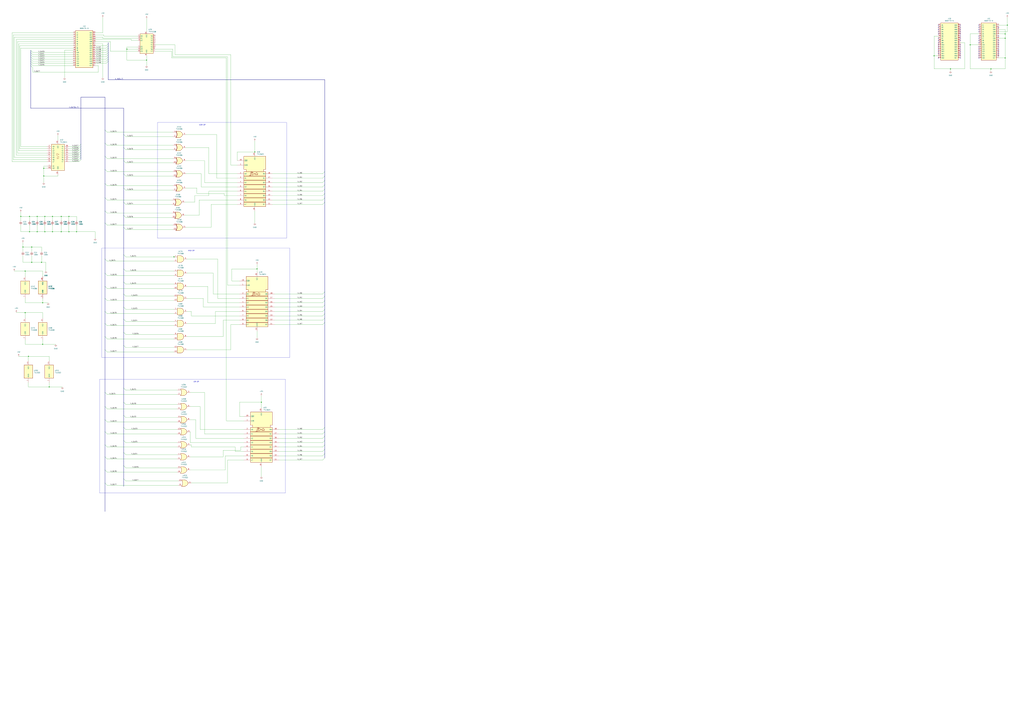
<source format=kicad_sch>
(kicad_sch (version 20231120) (generator "eeschema") (generator_version "8.0")
  (paper "A0")
  (junction (at 60.96 269.24))
  (junction (at 295.91 176.53))
  (junction (at 43.18 269.24))
  (junction (at 1084.58 64.77))
  (junction (at 49.53 351.79))
  (junction (at 34.29 251.46))
  (junction (at 1126.49 52.07))
  (junction (at 1167.13 39.37))
  (junction (at 48.26 304.8))
  (junction (at 88.9 269.24))
  (junction (at 60.96 251.46))
  (junction (at 50.8 195.58))
  (junction (at 57.15 449.58))
  (junction (at 80.01 269.24))
  (junction (at 303.53 467.36))
  (junction (at 1150.62 80.01))
  (junction (at 1103.63 80.01))
  (junction (at 1167.13 44.45))
  (junction (at 49.53 400.05))
  (junction (at 29.21 314.96))
  (junction (at 36.83 304.8))
  (junction (at 147.32 57.15))
  (junction (at 170.18 69.85))
  (junction (at 33.02 414.02))
  (junction (at 26.67 287.02))
  (junction (at 298.45 312.42))
  (junction (at 1167.13 67.31))
  (junction (at 71.12 269.24))
  (junction (at 52.07 269.24))
  (junction (at 1169.67 29.21))
  (junction (at 50.8 204.47))
  (junction (at 71.12 251.46))
  (junction (at 80.01 251.46))
  (junction (at 24.13 251.46))
  (junction (at 29.21 363.22))
  (junction (at 52.07 251.46))
  (junction (at 43.18 251.46))
  (junction (at 34.29 269.24))
  (junction (at 36.83 287.02))
  (junction (at 201.93 298.45))
  (no_connect (at 1115.06 52.07))
  (no_connect (at 1159.51 41.91))
  (no_connect (at 1136.65 59.69))
  (no_connect (at 1159.51 57.15))
  (no_connect (at 1136.65 41.91))
  (no_connect (at 1159.51 62.23))
  (no_connect (at 1089.66 62.23))
  (no_connect (at 1115.06 29.21))
  (no_connect (at 1115.06 59.69))
  (no_connect (at 1136.65 34.29))
  (no_connect (at 1136.65 54.61))
  (no_connect (at 1159.51 52.07))
  (no_connect (at 1089.66 57.15))
  (no_connect (at 1115.06 36.83))
  (no_connect (at 1136.65 36.83))
  (no_connect (at 1159.51 31.75))
  (no_connect (at 1136.65 31.75))
  (no_connect (at 1089.66 36.83))
  (no_connect (at 1136.65 67.31))
  (no_connect (at 1115.06 67.31))
  (no_connect (at 1089.66 54.61))
  (no_connect (at 1089.66 31.75))
  (no_connect (at 1115.06 57.15))
  (no_connect (at 1115.06 39.37))
  (no_connect (at 1159.51 59.69))
  (no_connect (at 1089.66 44.45))
  (no_connect (at 1115.06 44.45))
  (no_connect (at 1115.06 64.77))
  (no_connect (at 1089.66 39.37))
  (no_connect (at 1089.66 49.53))
  (no_connect (at 1136.65 64.77))
  (no_connect (at 1115.06 54.61))
  (no_connect (at 1136.65 29.21))
  (no_connect (at 1115.06 46.99))
  (no_connect (at 1136.65 44.45))
  (no_connect (at 1136.65 49.53))
  (no_connect (at 1089.66 46.99))
  (no_connect (at 1136.65 62.23))
  (no_connect (at 1089.66 29.21))
  (no_connect (at 1089.66 52.07))
  (no_connect (at 1115.06 62.23))
  (no_connect (at 1089.66 34.29))
  (no_connect (at 1159.51 49.53))
  (no_connect (at 1159.51 46.99))
  (no_connect (at 1136.65 57.15))
  (no_connect (at 1089.66 67.31))
  (no_connect (at 1136.65 46.99))
  (no_connect (at 1115.06 41.91))
  (no_connect (at 1115.06 31.75))
  (no_connect (at 1089.66 59.69))
  (no_connect (at 1159.51 54.61))
  (no_connect (at 1159.51 64.77))
  (no_connect (at 1115.06 34.29))
  (bus_entry (at 121.92 530.86) (size 2.54 2.54))
  (bus_entry (at 143.51 541.02) (size 2.54 2.54))
  (bus_entry (at 123.19 63.5) (size 2.54 -2.54))
  (bus_entry (at 374.65 361.95) (size 2.54 -2.54))
  (bus_entry (at 121.92 455.93) (size 2.54 2.54))
  (bus_entry (at 143.51 234.95) (size 2.54 2.54))
  (bus_entry (at 374.65 346.71) (size 2.54 -2.54))
  (bus_entry (at 374.65 232.41) (size 2.54 -2.54))
  (bus_entry (at 35.56 63.5) (size 2.54 2.54))
  (bus_entry (at 143.51 496.57) (size 2.54 2.54))
  (bus_entry (at 121.92 181.61) (size 2.54 2.54))
  (bus_entry (at 374.65 377.19) (size 2.54 -2.54))
  (bus_entry (at 143.51 156.21) (size 2.54 2.54))
  (bus_entry (at 143.51 556.26) (size 2.54 2.54))
  (bus_entry (at 121.92 166.37) (size 2.54 2.54))
  (bus_entry (at 374.65 212.09) (size 2.54 -2.54))
  (bus_entry (at 121.92 546.1) (size 2.54 2.54))
  (bus_entry (at 143.51 312.42) (size 2.54 2.54))
  (bus_entry (at 121.92 245.11) (size 2.54 2.54))
  (bus_entry (at 91.44 182.88) (size 2.54 -2.54))
  (bus_entry (at 374.65 207.01) (size 2.54 -2.54))
  (bus_entry (at 143.51 356.87) (size 2.54 2.54))
  (bus_entry (at 143.51 218.44) (size 2.54 2.54))
  (bus_entry (at 35.56 66.04) (size 2.54 2.54))
  (bus_entry (at 91.44 185.42) (size 2.54 -2.54))
  (bus_entry (at 143.51 450.85) (size 2.54 2.54))
  (bus_entry (at 121.92 375.92) (size 2.54 2.54))
  (bus_entry (at 123.19 68.58) (size 2.54 -2.54))
  (bus_entry (at 35.56 76.2) (size 2.54 2.54))
  (bus_entry (at 374.65 237.49) (size 2.54 -2.54))
  (bus_entry (at 143.51 386.08) (size 2.54 2.54))
  (bus_entry (at 91.44 170.18) (size 2.54 -2.54))
  (bus_entry (at 35.56 68.58) (size 2.54 2.54))
  (bus_entry (at 374.65 201.93) (size 2.54 -2.54))
  (bus_entry (at 35.56 58.42) (size 2.54 2.54))
  (bus_entry (at 374.65 519.43) (size 2.54 -2.54))
  (bus_entry (at 143.51 341.63) (size 2.54 2.54))
  (bus_entry (at 374.65 499.11) (size 2.54 -2.54))
  (bus_entry (at 91.44 187.96) (size 2.54 -2.54))
  (bus_entry (at 143.51 264.16) (size 2.54 2.54))
  (bus_entry (at 374.65 504.19) (size 2.54 -2.54))
  (bus_entry (at 121.92 516.89) (size 2.54 2.54))
  (bus_entry (at 374.65 222.25) (size 2.54 -2.54))
  (bus_entry (at 143.51 511.81) (size 2.54 2.54))
  (bus_entry (at 374.65 509.27) (size 2.54 -2.54))
  (bus_entry (at 121.92 346.71) (size 2.54 2.54))
  (bus_entry (at 143.51 525.78) (size 2.54 2.54))
  (bus_entry (at 374.65 227.33) (size 2.54 -2.54))
  (bus_entry (at 91.44 172.72) (size 2.54 -2.54))
  (bus_entry (at 374.65 514.35) (size 2.54 -2.54))
  (bus_entry (at 121.92 229.87) (size 2.54 2.54))
  (bus_entry (at 143.51 295.91) (size 2.54 2.54))
  (bus_entry (at 35.56 71.12) (size 2.54 2.54))
  (bus_entry (at 123.19 60.96) (size 2.54 -2.54))
  (bus_entry (at 143.51 186.69) (size 2.54 2.54))
  (bus_entry (at 374.65 529.59) (size 2.54 -2.54))
  (bus_entry (at 374.65 351.79) (size 2.54 -2.54))
  (bus_entry (at 374.65 524.51) (size 2.54 -2.54))
  (bus_entry (at 143.51 250.19) (size 2.54 2.54))
  (bus_entry (at 121.92 259.08) (size 2.54 2.54))
  (bus_entry (at 143.51 201.93) (size 2.54 2.54))
  (bus_entry (at 123.19 53.34) (size 2.54 -2.54))
  (bus_entry (at 91.44 177.8) (size 2.54 -2.54))
  (bus_entry (at 35.56 73.66) (size 2.54 2.54))
  (bus_entry (at 123.19 71.12) (size 2.54 -2.54))
  (bus_entry (at 121.92 213.36) (size 2.54 2.54))
  (bus_entry (at 121.92 317.5) (size 2.54 2.54))
  (bus_entry (at 91.44 180.34) (size 2.54 -2.54))
  (bus_entry (at 143.51 482.6) (size 2.54 2.54))
  (bus_entry (at 121.92 406.4) (size 2.54 2.54))
  (bus_entry (at 143.51 171.45) (size 2.54 2.54))
  (bus_entry (at 374.65 341.63) (size 2.54 -2.54))
  (bus_entry (at 121.92 561.34) (size 2.54 2.54))
  (bus_entry (at 121.92 391.16) (size 2.54 2.54))
  (bus_entry (at 121.92 300.99) (size 2.54 2.54))
  (bus_entry (at 35.56 60.96) (size 2.54 2.54))
  (bus_entry (at 121.92 151.13) (size 2.54 2.54))
  (bus_entry (at 91.44 175.26) (size 2.54 -2.54))
  (bus_entry (at 123.19 73.66) (size 2.54 -2.54))
  (bus_entry (at 121.92 472.44) (size 2.54 2.54))
  (bus_entry (at 374.65 534.67) (size 2.54 -2.54))
  (bus_entry (at 374.65 372.11) (size 2.54 -2.54))
  (bus_entry (at 123.19 66.04) (size 2.54 -2.54))
  (bus_entry (at 374.65 356.87) (size 2.54 -2.54))
  (bus_entry (at 121.92 332.74) (size 2.54 2.54))
  (bus_entry (at 121.92 501.65) (size 2.54 2.54))
  (bus_entry (at 121.92 361.95) (size 2.54 2.54))
  (bus_entry (at 121.92 487.68) (size 2.54 2.54))
  (bus_entry (at 143.51 467.36) (size 2.54 2.54))
  (bus_entry (at 121.92 196.85) (size 2.54 2.54))
  (bus_entry (at 143.51 401.32) (size 2.54 2.54))
  (bus_entry (at 123.19 55.88) (size 2.54 -2.54))
  (bus_entry (at 123.19 58.42) (size 2.54 -2.54))
  (bus_entry (at 374.65 217.17) (size 2.54 -2.54))
  (bus_entry (at 374.65 367.03) (size 2.54 -2.54))
  (bus_entry (at 143.51 327.66) (size 2.54 2.54))
  (bus_entry (at 143.51 370.84) (size 2.54 2.54))
  (wire (pts (xy 124.46 519.43) (xy 205.74 519.43)))
  (wire (pts (xy 80.01 170.18) (xy 91.44 170.18)))
  (bus (pts (xy 377.19 527.05) (xy 377.19 521.97)))
  (wire (pts (xy 16.51 314.96) (xy 29.21 314.96)))
  (bus (pts (xy 125.73 53.34) (xy 125.73 55.88)))
  (wire (pts (xy 146.05 220.98) (xy 200.66 220.98)))
  (wire (pts (xy 260.35 224.79) (xy 260.35 227.33)))
  (wire (pts (xy 283.21 488.95) (xy 262.89 488.95)))
  (bus (pts (xy 121.92 213.36) (xy 121.92 229.87)))
  (wire (pts (xy 241.3 332.74) (xy 241.3 351.79)))
  (wire (pts (xy 1120.14 49.53) (xy 1120.14 80.01)))
  (bus (pts (xy 121.92 391.16) (xy 121.92 406.4)))
  (bus (pts (xy 121.92 375.92) (xy 121.92 391.16)))
  (wire (pts (xy 1167.13 67.31) (xy 1167.13 80.01)))
  (wire (pts (xy 1136.65 39.37) (xy 1126.49 39.37)))
  (wire (pts (xy 110.49 71.12) (xy 123.19 71.12)))
  (bus (pts (xy 125.73 58.42) (xy 125.73 60.96)))
  (wire (pts (xy 50.8 204.47) (xy 50.8 212.09)))
  (wire (pts (xy 217.17 300.99) (xy 252.73 300.99)))
  (wire (pts (xy 316.23 217.17) (xy 374.65 217.17)))
  (wire (pts (xy 1159.51 67.31) (xy 1167.13 67.31)))
  (wire (pts (xy 29.21 400.05) (xy 49.53 400.05)))
  (wire (pts (xy 222.25 367.03) (xy 222.25 361.95)))
  (wire (pts (xy 146.05 298.45) (xy 201.93 298.45)))
  (wire (pts (xy 267.97 63.5) (xy 267.97 191.77)))
  (wire (pts (xy 222.25 516.89) (xy 220.98 516.89)))
  (wire (pts (xy 60.96 251.46) (xy 71.12 251.46)))
  (bus (pts (xy 377.19 234.95) (xy 377.19 229.87)))
  (wire (pts (xy 242.57 201.93) (xy 242.57 171.45)))
  (wire (pts (xy 124.46 548.64) (xy 205.74 548.64)))
  (bus (pts (xy 143.51 356.87) (xy 143.51 370.84)))
  (wire (pts (xy 275.59 222.25) (xy 242.57 222.25)))
  (wire (pts (xy 147.32 57.15) (xy 160.02 57.15)))
  (wire (pts (xy 124.46 378.46) (xy 201.93 378.46)))
  (wire (pts (xy 236.22 346.71) (xy 217.17 346.71)))
  (bus (pts (xy 121.92 229.87) (xy 121.92 245.11)))
  (wire (pts (xy 1103.63 80.01) (xy 1103.63 82.55)))
  (wire (pts (xy 71.12 261.62) (xy 71.12 269.24)))
  (wire (pts (xy 124.46 563.88) (xy 207.01 563.88)))
  (wire (pts (xy 38.1 73.66) (xy 85.09 73.66)))
  (wire (pts (xy 67.31 203.2) (xy 67.31 204.47)))
  (wire (pts (xy 275.59 176.53) (xy 295.91 176.53)))
  (wire (pts (xy 215.9 201.93) (xy 233.68 201.93)))
  (bus (pts (xy 377.19 501.65) (xy 377.19 496.57)))
  (wire (pts (xy 316.23 232.41) (xy 374.65 232.41)))
  (bus (pts (xy 377.19 224.79) (xy 377.19 219.71)))
  (wire (pts (xy 29.21 314.96) (xy 29.21 321.31)))
  (wire (pts (xy 80.01 185.42) (xy 91.44 185.42)))
  (wire (pts (xy 57.15 414.02) (xy 33.02 414.02)))
  (wire (pts (xy 147.32 57.15) (xy 147.32 69.85)))
  (wire (pts (xy 29.21 314.96) (xy 49.53 314.96)))
  (bus (pts (xy 121.92 166.37) (xy 121.92 181.61)))
  (wire (pts (xy 262.89 488.95) (xy 262.89 67.31)))
  (wire (pts (xy 21.59 414.02) (xy 33.02 414.02)))
  (wire (pts (xy 33.02 444.5) (xy 33.02 449.58)))
  (bus (pts (xy 377.19 364.49) (xy 377.19 359.41)))
  (wire (pts (xy 54.61 180.34) (xy 19.05 180.34)))
  (bus (pts (xy 35.56 71.12) (xy 35.56 73.66)))
  (bus (pts (xy 121.92 332.74) (xy 121.92 346.71)))
  (wire (pts (xy 21.59 50.8) (xy 21.59 175.26)))
  (bus (pts (xy 125.73 55.88) (xy 125.73 58.42)))
  (bus (pts (xy 125.73 50.8) (xy 125.73 53.34)))
  (wire (pts (xy 264.16 331.47) (xy 264.16 66.04)))
  (bus (pts (xy 121.92 300.99) (xy 121.92 317.5)))
  (wire (pts (xy 124.46 168.91) (xy 200.66 168.91)))
  (wire (pts (xy 1089.66 64.77) (xy 1084.58 64.77)))
  (wire (pts (xy 57.15 419.1) (xy 57.15 414.02)))
  (wire (pts (xy 247.65 317.5) (xy 217.17 317.5)))
  (wire (pts (xy 71.12 269.24) (xy 80.01 269.24)))
  (wire (pts (xy 199.39 67.31) (xy 199.39 59.69)))
  (wire (pts (xy 52.07 251.46) (xy 60.96 251.46)))
  (wire (pts (xy 1167.13 44.45) (xy 1167.13 67.31)))
  (wire (pts (xy 1089.66 41.91) (xy 1084.58 41.91)))
  (wire (pts (xy 261.62 546.1) (xy 220.98 546.1)))
  (bus (pts (xy 93.98 180.34) (xy 93.98 182.88)))
  (wire (pts (xy 22.86 172.72) (xy 54.61 172.72)))
  (bus (pts (xy 121.92 361.95) (xy 121.92 375.92)))
  (bus (pts (xy 93.98 175.26) (xy 93.98 177.8)))
  (wire (pts (xy 36.83 287.02) (xy 26.67 287.02)))
  (wire (pts (xy 233.68 217.17) (xy 233.68 201.93)))
  (wire (pts (xy 217.17 391.16) (xy 259.08 391.16)))
  (wire (pts (xy 1167.13 34.29) (xy 1167.13 39.37)))
  (wire (pts (xy 85.09 45.72) (xy 19.05 45.72)))
  (wire (pts (xy 250.19 375.92) (xy 217.17 375.92)))
  (wire (pts (xy 124.46 184.15) (xy 200.66 184.15)))
  (bus (pts (xy 143.51 467.36) (xy 143.51 482.6)))
  (wire (pts (xy 38.1 71.12) (xy 85.09 71.12)))
  (wire (pts (xy 146.05 344.17) (xy 201.93 344.17)))
  (wire (pts (xy 201.93 373.38) (xy 146.05 373.38)))
  (wire (pts (xy 264.16 66.04) (xy 200.66 66.04)))
  (wire (pts (xy 278.13 346.71) (xy 252.73 346.71)))
  (wire (pts (xy 170.18 21.59) (xy 170.18 36.83)))
  (wire (pts (xy 146.05 204.47) (xy 200.66 204.47)))
  (bus (pts (xy 93.98 170.18) (xy 93.98 172.72)))
  (wire (pts (xy 71.12 251.46) (xy 80.01 251.46)))
  (wire (pts (xy 88.9 251.46) (xy 88.9 256.54)))
  (wire (pts (xy 316.23 222.25) (xy 374.65 222.25)))
  (wire (pts (xy 201.93 320.04) (xy 124.46 320.04)))
  (wire (pts (xy 34.29 261.62) (xy 34.29 269.24)))
  (wire (pts (xy 88.9 261.62) (xy 88.9 269.24)))
  (wire (pts (xy 278.13 331.47) (xy 264.16 331.47)))
  (wire (pts (xy 275.59 191.77) (xy 267.97 191.77)))
  (wire (pts (xy 128.27 59.69) (xy 160.02 59.69)))
  (wire (pts (xy 237.49 212.09) (xy 237.49 186.69)))
  (bus (pts (xy 377.19 374.65) (xy 377.19 369.57)))
  (wire (pts (xy 124.46 490.22) (xy 205.74 490.22)))
  (wire (pts (xy 180.34 52.07) (xy 203.2 52.07)))
  (wire (pts (xy 110.49 76.2) (xy 114.3 76.2)))
  (wire (pts (xy 231.14 250.19) (xy 214.63 250.19)))
  (wire (pts (xy 33.02 414.02) (xy 33.02 419.1)))
  (wire (pts (xy 110.49 58.42) (xy 123.19 58.42)))
  (wire (pts (xy 146.05 330.2) (xy 201.93 330.2)))
  (wire (pts (xy 36.83 304.8) (xy 48.26 304.8)))
  (wire (pts (xy 80.01 269.24) (xy 88.9 269.24)))
  (wire (pts (xy 316.23 201.93) (xy 374.65 201.93)))
  (wire (pts (xy 124.46 215.9) (xy 200.66 215.9)))
  (wire (pts (xy 120.65 40.64) (xy 110.49 40.64)))
  (wire (pts (xy 251.46 156.21) (xy 215.9 156.21)))
  (bus (pts (xy 35.56 63.5) (xy 35.56 66.04)))
  (wire (pts (xy 220.98 501.65) (xy 220.98 514.35)))
  (bus (pts (xy 377.19 344.17) (xy 377.19 339.09)))
  (wire (pts (xy 146.05 158.75) (xy 200.66 158.75)))
  (bus (pts (xy 143.51 370.84) (xy 143.51 386.08)))
  (wire (pts (xy 283.21 529.59) (xy 261.62 529.59)))
  (wire (pts (xy 110.49 63.5) (xy 123.19 63.5)))
  (wire (pts (xy 43.18 261.62) (xy 43.18 269.24)))
  (wire (pts (xy 241.3 351.79) (xy 278.13 351.79)))
  (wire (pts (xy 273.05 524.51) (xy 283.21 524.51)))
  (bus (pts (xy 35.56 58.42) (xy 35.56 60.96)))
  (wire (pts (xy 146.05 189.23) (xy 200.66 189.23)))
  (wire (pts (xy 232.41 472.44) (xy 220.98 472.44)))
  (wire (pts (xy 119.38 38.1) (xy 119.38 20.32)))
  (wire (pts (xy 247.65 341.63) (xy 247.65 317.5)))
  (wire (pts (xy 1126.49 52.07) (xy 1126.49 80.01)))
  (wire (pts (xy 160.02 44.45) (xy 119.38 44.45)))
  (wire (pts (xy 318.77 367.03) (xy 374.65 367.03)))
  (wire (pts (xy 283.21 519.43) (xy 279.4 519.43)))
  (bus (pts (xy 125.73 60.96) (xy 125.73 63.5)))
  (wire (pts (xy 1126.49 80.01) (xy 1150.62 80.01)))
  (wire (pts (xy 71.12 251.46) (xy 71.12 256.54)))
  (wire (pts (xy 24.13 246.38) (xy 24.13 251.46)))
  (wire (pts (xy 259.08 523.24) (xy 259.08 530.86)))
  (wire (pts (xy 43.18 251.46) (xy 43.18 256.54)))
  (wire (pts (xy 199.39 59.69) (xy 180.34 59.69)))
  (wire (pts (xy 275.59 212.09) (xy 237.49 212.09)))
  (bus (pts (xy 377.19 229.87) (xy 377.19 224.79)))
  (wire (pts (xy 21.59 175.26) (xy 54.61 175.26)))
  (wire (pts (xy 146.05 514.35) (xy 205.74 514.35)))
  (wire (pts (xy 19.05 45.72) (xy 19.05 180.34)))
  (wire (pts (xy 120.65 41.91) (xy 120.65 40.64)))
  (wire (pts (xy 298.45 307.34) (xy 298.45 312.42)))
  (wire (pts (xy 26.67 297.18) (xy 26.67 304.8)))
  (wire (pts (xy 1159.51 36.83) (xy 1169.67 36.83)))
  (wire (pts (xy 43.18 251.46) (xy 52.07 251.46)))
  (wire (pts (xy 323.85 519.43) (xy 374.65 519.43)))
  (wire (pts (xy 38.1 68.58) (xy 85.09 68.58)))
  (wire (pts (xy 231.14 232.41) (xy 231.14 250.19)))
  (wire (pts (xy 146.05 499.11) (xy 205.74 499.11)))
  (bus (pts (xy 121.92 455.93) (xy 121.92 472.44)))
  (wire (pts (xy 24.13 269.24) (xy 34.29 269.24)))
  (bus (pts (xy 143.51 482.6) (xy 143.51 496.57)))
  (bus (pts (xy 121.92 530.86) (xy 121.92 546.1)))
  (bus (pts (xy 143.51 234.95) (xy 143.51 250.19)))
  (wire (pts (xy 323.85 499.11) (xy 374.65 499.11)))
  (wire (pts (xy 303.53 459.74) (xy 303.53 467.36)))
  (wire (pts (xy 34.29 269.24) (xy 43.18 269.24)))
  (bus (pts (xy 377.19 516.89) (xy 377.19 511.81)))
  (bus (pts (xy 143.51 450.85) (xy 143.51 467.36)))
  (bus (pts (xy 121.92 181.61) (xy 121.92 196.85)))
  (bus (pts (xy 121.92 546.1) (xy 121.92 561.34)))
  (wire (pts (xy 85.09 48.26) (xy 20.32 48.26)))
  (wire (pts (xy 124.46 232.41) (xy 199.39 232.41)))
  (wire (pts (xy 146.05 237.49) (xy 199.39 237.49)))
  (wire (pts (xy 318.77 346.71) (xy 374.65 346.71)))
  (wire (pts (xy 1126.49 39.37) (xy 1126.49 52.07)))
  (wire (pts (xy 203.2 63.5) (xy 267.97 63.5)))
  (wire (pts (xy 279.4 519.43) (xy 279.4 523.24)))
  (bus (pts (xy 377.19 359.41) (xy 377.19 354.33)))
  (wire (pts (xy 323.85 504.19) (xy 374.65 504.19)))
  (wire (pts (xy 124.46 261.62) (xy 200.66 261.62)))
  (wire (pts (xy 152.4 45.72) (xy 152.4 46.99)))
  (wire (pts (xy 318.77 361.95) (xy 374.65 361.95)))
  (wire (pts (xy 67.31 157.48) (xy 67.31 162.56)))
  (wire (pts (xy 110.49 55.88) (xy 123.19 55.88)))
  (wire (pts (xy 49.53 351.79) (xy 55.88 351.79)))
  (bus (pts (xy 377.19 511.81) (xy 377.19 506.73)))
  (wire (pts (xy 20.32 48.26) (xy 20.32 177.8)))
  (wire (pts (xy 110.49 66.04) (xy 123.19 66.04)))
  (bus (pts (xy 121.92 501.65) (xy 121.92 516.89)))
  (bus (pts (xy 93.98 172.72) (xy 93.98 175.26)))
  (wire (pts (xy 269.24 312.42) (xy 298.45 312.42)))
  (wire (pts (xy 278.13 467.36) (xy 303.53 467.36)))
  (bus (pts (xy 93.98 113.03) (xy 93.98 167.64)))
  (wire (pts (xy 146.05 469.9) (xy 205.74 469.9)))
  (bus (pts (xy 93.98 177.8) (xy 93.98 180.34)))
  (wire (pts (xy 275.59 217.17) (xy 233.68 217.17)))
  (wire (pts (xy 318.77 377.19) (xy 374.65 377.19)))
  (wire (pts (xy 146.05 252.73) (xy 199.39 252.73)))
  (wire (pts (xy 278.13 341.63) (xy 247.65 341.63)))
  (wire (pts (xy 146.05 528.32) (xy 205.74 528.32)))
  (bus (pts (xy 125.73 68.58) (xy 125.73 71.12)))
  (wire (pts (xy 54.61 185.42) (xy 15.24 185.42)))
  (wire (pts (xy 283.21 509.27) (xy 227.33 509.27)))
  (bus (pts (xy 377.19 209.55) (xy 377.19 204.47)))
  (bus (pts (xy 143.51 511.81) (xy 143.51 525.78)))
  (wire (pts (xy 228.6 218.44) (xy 228.6 224.79)))
  (wire (pts (xy 261.62 529.59) (xy 261.62 546.1)))
  (bus (pts (xy 121.92 196.85) (xy 121.92 213.36)))
  (wire (pts (xy 245.11 264.16) (xy 215.9 264.16)))
  (bus (pts (xy 35.56 66.04) (xy 35.56 68.58)))
  (wire (pts (xy 222.25 519.43) (xy 273.05 519.43)))
  (wire (pts (xy 242.57 171.45) (xy 215.9 171.45)))
  (bus (pts (xy 125.73 49.53) (xy 125.73 50.8)))
  (wire (pts (xy 316.23 207.01) (xy 374.65 207.01)))
  (bus (pts (xy 125.73 66.04) (xy 125.73 68.58)))
  (bus (pts (xy 121.92 245.11) (xy 121.92 259.08)))
  (wire (pts (xy 26.67 281.94) (xy 26.67 287.02)))
  (wire (pts (xy 1159.51 44.45) (xy 1167.13 44.45)))
  (bus (pts (xy 143.51 201.93) (xy 143.51 218.44)))
  (wire (pts (xy 147.32 69.85) (xy 170.18 69.85)))
  (wire (pts (xy 262.89 67.31) (xy 199.39 67.31)))
  (wire (pts (xy 316.23 237.49) (xy 374.65 237.49)))
  (wire (pts (xy 85.09 38.1) (xy 13.97 38.1)))
  (wire (pts (xy 237.49 455.93) (xy 220.98 455.93)))
  (wire (pts (xy 48.26 297.18) (xy 48.26 304.8)))
  (wire (pts (xy 124.46 335.28) (xy 201.93 335.28)))
  (wire (pts (xy 22.86 53.34) (xy 22.86 172.72)))
  (wire (pts (xy 80.01 180.34) (xy 91.44 180.34)))
  (wire (pts (xy 1167.13 80.01) (xy 1150.62 80.01)))
  (wire (pts (xy 316.23 212.09) (xy 374.65 212.09)))
  (wire (pts (xy 278.13 377.19) (xy 267.97 377.19)))
  (wire (pts (xy 124.46 199.39) (xy 200.66 199.39)))
  (wire (pts (xy 15.24 40.64) (xy 15.24 185.42)))
  (bus (pts (xy 35.56 60.96) (xy 35.56 63.5)))
  (wire (pts (xy 227.33 487.68) (xy 220.98 487.68)))
  (wire (pts (xy 222.25 361.95) (xy 217.17 361.95)))
  (bus (pts (xy 121.92 259.08) (xy 121.92 300.99)))
  (wire (pts (xy 38.1 83.82) (xy 38.1 78.74)))
  (wire (pts (xy 49.53 400.05) (xy 49.53 394.97)))
  (wire (pts (xy 110.49 38.1) (xy 119.38 38.1)))
  (wire (pts (xy 119.38 44.45) (xy 119.38 43.18)))
  (wire (pts (xy 227.33 509.27) (xy 227.33 487.68)))
  (bus (pts (xy 143.51 341.63) (xy 143.51 356.87)))
  (bus (pts (xy 377.19 234.95) (xy 377.19 339.09)))
  (wire (pts (xy 146.05 403.86) (xy 201.93 403.86)))
  (wire (pts (xy 110.49 60.96) (xy 123.19 60.96)))
  (wire (pts (xy 80.01 175.26) (xy 91.44 175.26)))
  (wire (pts (xy 50.8 193.04) (xy 50.8 195.58)))
  (wire (pts (xy 57.15 444.5) (xy 57.15 449.58)))
  (wire (pts (xy 80.01 172.72) (xy 91.44 172.72)))
  (bus (pts (xy 143.51 156.21) (xy 143.51 171.45)))
  (wire (pts (xy 80.01 187.96) (xy 91.44 187.96)))
  (wire (pts (xy 36.83 292.1) (xy 36.83 287.02)))
  (wire (pts (xy 232.41 499.11) (xy 232.41 472.44)))
  (wire (pts (xy 170.18 69.85) (xy 170.18 76.2)))
  (wire (pts (xy 259.08 391.16) (xy 259.08 372.11)))
  (wire (pts (xy 252.73 346.71) (xy 252.73 300.99)))
  (bus (pts (xy 93.98 167.64) (xy 93.98 170.18)))
  (wire (pts (xy 242.57 222.25) (xy 242.57 227.33)))
  (wire (pts (xy 80.01 251.46) (xy 88.9 251.46)))
  (wire (pts (xy 88.9 269.24) (xy 110.49 269.24)))
  (wire (pts (xy 260.35 227.33) (xy 275.59 227.33)))
  (wire (pts (xy 278.13 326.39) (xy 269.24 326.39)))
  (wire (pts (xy 283.21 483.87) (xy 278.13 483.87)))
  (wire (pts (xy 267.97 377.19) (xy 267.97 406.4)))
  (bus (pts (xy 143.51 496.57) (xy 143.51 511.81)))
  (wire (pts (xy 1120.14 80.01) (xy 1103.63 80.01)))
  (wire (pts (xy 110.49 73.66) (xy 123.19 73.66)))
  (wire (pts (xy 1115.06 49.53) (xy 1120.14 49.53)))
  (wire (pts (xy 13.97 38.1) (xy 13.97 187.96)))
  (wire (pts (xy 250.19 361.95) (xy 250.19 375.92)))
  (wire (pts (xy 275.59 232.41) (xy 231.14 232.41)))
  (wire (pts (xy 278.13 483.87) (xy 278.13 467.36)))
  (bus (pts (xy 377.19 92.71) (xy 125.73 92.71)))
  (wire (pts (xy 110.49 43.18) (xy 119.38 43.18)))
  (wire (pts (xy 24.13 170.18) (xy 54.61 170.18)))
  (wire (pts (xy 49.53 314.96) (xy 49.53 321.31)))
  (bus (pts (xy 35.56 73.66) (xy 35.56 76.2)))
  (wire (pts (xy 110.49 53.34) (xy 123.19 53.34)))
  (wire (pts (xy 57.15 449.58) (xy 72.39 449.58)))
  (wire (pts (xy 85.09 40.64) (xy 15.24 40.64)))
  (bus (pts (xy 125.73 63.5) (xy 125.73 66.04)))
  (wire (pts (xy 316.23 227.33) (xy 374.65 227.33)))
  (wire (pts (xy 124.46 458.47) (xy 205.74 458.47)))
  (wire (pts (xy 236.22 356.87) (xy 236.22 346.71)))
  (wire (pts (xy 201.93 408.94) (xy 124.46 408.94)))
  (bus (pts (xy 121.92 472.44) (xy 121.92 487.68)))
  (wire (pts (xy 273.05 519.43) (xy 273.05 524.51)))
  (bus (pts (xy 377.19 374.65) (xy 377.19 496.57)))
  (bus (pts (xy 121.92 516.89) (xy 121.92 530.86)))
  (bus (pts (xy 121.92 406.4) (xy 121.92 455.93)))
  (wire (pts (xy 26.67 287.02) (xy 26.67 292.1)))
  (wire (pts (xy 48.26 287.02) (xy 48.26 292.1)))
  (wire (pts (xy 228.6 218.44) (xy 215.9 218.44)))
  (wire (pts (xy 323.85 514.35) (xy 374.65 514.35)))
  (wire (pts (xy 146.05 485.14) (xy 205.74 485.14)))
  (wire (pts (xy 220.98 530.86) (xy 259.08 530.86)))
  (wire (pts (xy 114.3 76.2) (xy 114.3 83.82)))
  (wire (pts (xy 264.16 534.67) (xy 283.21 534.67)))
  (bus (pts (xy 35.56 76.2) (xy 35.56 125.73)))
  (wire (pts (xy 52.07 261.62) (xy 52.07 269.24)))
  (wire (pts (xy 242.57 201.93) (xy 275.59 201.93)))
  (bus (pts (xy 143.51 312.42) (xy 143.51 327.66)))
  (wire (pts (xy 128.27 59.69) (xy 128.27 48.26)))
  (wire (pts (xy 275.59 207.01) (xy 251.46 207.01)))
  (wire (pts (xy 38.1 60.96) (xy 85.09 60.96)))
  (bus (pts (xy 377.19 369.57) (xy 377.19 364.49)))
  (bus (pts (xy 121.92 346.71) (xy 121.92 361.95)))
  (wire (pts (xy 85.09 53.34) (xy 22.86 53.34)))
  (wire (pts (xy 50.8 195.58) (xy 50.8 204.47)))
  (wire (pts (xy 251.46 156.21) (xy 251.46 207.01)))
  (wire (pts (xy 323.85 509.27) (xy 374.65 509.27)))
  (wire (pts (xy 80.01 261.62) (xy 80.01 269.24)))
  (wire (pts (xy 50.8 204.47) (xy 67.31 204.47)))
  (bus (pts (xy 143.51 250.19) (xy 143.51 264.16)))
  (bus (pts (xy 143.51 327.66) (xy 143.51 341.63)))
  (wire (pts (xy 318.77 351.79) (xy 374.65 351.79)))
  (wire (pts (xy 29.21 351.79) (xy 49.53 351.79)))
  (wire (pts (xy 146.05 173.99) (xy 200.66 173.99)))
  (wire (pts (xy 259.08 372.11) (xy 278.13 372.11)))
  (wire (pts (xy 278.13 361.95) (xy 250.19 361.95)))
  (wire (pts (xy 43.18 269.24) (xy 52.07 269.24)))
  (wire (pts (xy 29.21 346.71) (xy 29.21 351.79)))
  (wire (pts (xy 201.93 364.49) (xy 124.46 364.49)))
  (wire (pts (xy 203.2 52.07) (xy 203.2 63.5)))
  (wire (pts (xy 24.13 55.88) (xy 24.13 170.18)))
  (wire (pts (xy 85.09 55.88) (xy 24.13 55.88)))
  (wire (pts (xy 146.05 558.8) (xy 207.01 558.8)))
  (wire (pts (xy 323.85 534.67) (xy 374.65 534.67)))
  (wire (pts (xy 60.96 251.46) (xy 60.96 256.54)))
  (wire (pts (xy 283.21 504.19) (xy 237.49 504.19)))
  (wire (pts (xy 214.63 234.95) (xy 226.06 234.95)))
  (wire (pts (xy 1150.62 80.01) (xy 1150.62 82.55)))
  (wire (pts (xy 52.07 269.24) (xy 60.96 269.24)))
  (wire (pts (xy 275.59 186.69) (xy 275.59 176.53)))
  (bus (pts (xy 121.92 151.13) (xy 121.92 166.37)))
  (wire (pts (xy 222.25 561.34) (xy 264.16 561.34)))
  (bus (pts (xy 143.51 525.78) (xy 143.51 541.02)))
  (wire (pts (xy 29.21 363.22) (xy 49.53 363.22)))
  (bus (pts (xy 143.51 125.73) (xy 143.51 156.21)))
  (bus (pts (xy 143.51 386.08) (xy 143.51 401.32)))
  (wire (pts (xy 200.66 66.04) (xy 200.66 57.15)))
  (bus (pts (xy 377.19 204.47) (xy 377.19 199.39)))
  (bus (pts (xy 143.51 264.16) (xy 143.51 295.91)))
  (wire (pts (xy 26.67 304.8) (xy 36.83 304.8)))
  (bus (pts (xy 121.92 561.34) (xy 121.92 594.36)))
  (wire (pts (xy 53.34 304.8) (xy 53.34 314.96)))
  (wire (pts (xy 124.46 303.53) (xy 201.93 303.53)))
  (wire (pts (xy 1167.13 39.37) (xy 1167.13 44.45)))
  (wire (pts (xy 110.49 45.72) (xy 152.4 45.72)))
  (wire (pts (xy 1084.58 64.77) (xy 1084.58 80.01)))
  (wire (pts (xy 119.38 50.8) (xy 119.38 90.17)))
  (wire (pts (xy 1084.58 41.91) (xy 1084.58 64.77)))
  (wire (pts (xy 201.93 388.62) (xy 146.05 388.62)))
  (wire (pts (xy 264.16 561.34) (xy 264.16 534.67)))
  (bus (pts (xy 121.92 487.68) (xy 121.92 501.65)))
  (wire (pts (xy 220.98 514.35) (xy 283.21 514.35)))
  (wire (pts (xy 152.4 46.99) (xy 160.02 46.99)))
  (wire (pts (xy 36.83 297.18) (xy 36.83 304.8)))
  (wire (pts (xy 269.24 326.39) (xy 269.24 312.42)))
  (wire (pts (xy 146.05 453.39) (xy 205.74 453.39)))
  (bus (pts (xy 143.51 218.44) (xy 143.51 234.95)))
  (wire (pts (xy 217.17 332.74) (xy 241.3 332.74)))
  (wire (pts (xy 38.1 66.04) (xy 85.09 66.04)))
  (wire (pts (xy 124.46 474.98) (xy 205.74 474.98)))
  (wire (pts (xy 49.53 400.05) (xy 64.77 400.05)))
  (wire (pts (xy 85.09 50.8) (xy 21.59 50.8)))
  (bus (pts (xy 143.51 186.69) (xy 143.51 201.93)))
  (wire (pts (xy 19.05 363.22) (xy 29.21 363.22)))
  (wire (pts (xy 1159.51 34.29) (xy 1167.13 34.29)))
  (wire (pts (xy 170.18 64.77) (xy 170.18 69.85)))
  (bus (pts (xy 93.98 182.88) (xy 93.98 185.42)))
  (wire (pts (xy 201.93 349.25) (xy 124.46 349.25)))
  (wire (pts (xy 279.4 523.24) (xy 259.08 523.24)))
  (wire (pts (xy 323.85 529.59) (xy 374.65 529.59)))
  (wire (pts (xy 303.53 467.36) (xy 303.53 473.71)))
  (wire (pts (xy 295.91 245.11) (xy 295.91 259.08)))
  (wire (pts (xy 49.53 363.22) (xy 49.53 369.57)))
  (wire (pts (xy 48.26 304.8) (xy 53.34 304.8)))
  (wire (pts (xy 295.91 163.83) (xy 295.91 176.53)))
  (wire (pts (xy 34.29 251.46) (xy 24.13 251.46)))
  (bus (pts (xy 125.73 71.12) (xy 125.73 92.71)))
  (wire (pts (xy 1126.49 52.07) (xy 1136.65 52.07)))
  (bus (pts (xy 377.19 532.13) (xy 377.19 527.05)))
  (bus (pts (xy 143.51 556.26) (xy 143.51 565.15)))
  (wire (pts (xy 128.27 48.26) (xy 110.49 48.26)))
  (wire (pts (xy 1159.51 39.37) (xy 1167.13 39.37)))
  (bus (pts (xy 377.19 349.25) (xy 377.19 344.17)))
  (wire (pts (xy 85.09 43.18) (xy 16.51 43.18)))
  (wire (pts (xy 54.61 182.88) (xy 16.51 182.88)))
  (bus (pts (xy 143.51 541.02) (xy 143.51 556.26)))
  (wire (pts (xy 228.6 224.79) (xy 260.35 224.79)))
  (wire (pts (xy 36.83 287.02) (xy 48.26 287.02)))
  (wire (pts (xy 124.46 504.19) (xy 205.74 504.19)))
  (wire (pts (xy 52.07 251.46) (xy 52.07 256.54)))
  (bus (pts (xy 143.51 171.45) (xy 143.51 186.69)))
  (wire (pts (xy 318.77 372.11) (xy 374.65 372.11)))
  (bus (pts (xy 143.51 401.32) (xy 143.51 450.85)))
  (wire (pts (xy 160.02 54.61) (xy 147.32 54.61)))
  (wire (pts (xy 318.77 341.63) (xy 374.65 341.63)))
  (wire (pts (xy 1084.58 80.01) (xy 1103.63 80.01)))
  (wire (pts (xy 226.06 227.33) (xy 226.06 234.95)))
  (wire (pts (xy 275.59 237.49) (xy 245.11 237.49)))
  (wire (pts (xy 20.32 177.8) (xy 54.61 177.8)))
  (wire (pts (xy 146.05 543.56) (xy 205.74 543.56)))
  (wire (pts (xy 124.46 393.7) (xy 201.93 393.7)))
  (wire (pts (xy 201.93 298.45) (xy 203.2 298.45)))
  (wire (pts (xy 1169.67 29.21) (xy 1169.67 20.32)))
  (wire (pts (xy 60.96 261.62) (xy 60.96 269.24)))
  (bus (pts (xy 377.19 92.71) (xy 377.19 199.39)))
  (wire (pts (xy 29.21 394.97) (xy 29.21 400.05)))
  (wire (pts (xy 124.46 153.67) (xy 200.66 153.67)))
  (bus (pts (xy 143.51 295.91) (xy 143.51 312.42)))
  (wire (pts (xy 34.29 251.46) (xy 43.18 251.46)))
  (wire (pts (xy 80.01 177.8) (xy 91.44 177.8)))
  (wire (pts (xy 38.1 63.5) (xy 85.09 63.5)))
  (wire (pts (xy 24.13 251.46) (xy 24.13 256.54)))
  (bus (pts (xy 35.56 68.58) (xy 35.56 71.12)))
  (wire (pts (xy 245.11 237.49) (xy 245.11 264.16)))
  (wire (pts (xy 201.93 359.41) (xy 146.05 359.41)))
  (wire (pts (xy 267.97 406.4) (xy 217.17 406.4)))
  (bus (pts (xy 121.92 113.03) (xy 93.98 113.03)))
  (wire (pts (xy 318.77 356.87) (xy 374.65 356.87)))
  (wire (pts (xy 232.41 499.11) (xy 283.21 499.11)))
  (wire (pts (xy 80.01 251.46) (xy 80.01 256.54)))
  (wire (pts (xy 222.25 519.43) (xy 222.25 516.89)))
  (wire (pts (xy 49.53 346.71) (xy 49.53 351.79)))
  (wire (pts (xy 60.96 269.24) (xy 71.12 269.24)))
  (wire (pts (xy 242.57 227.33) (xy 226.06 227.33)))
  (wire (pts (xy 237.49 455.93) (xy 237.49 504.19)))
  (wire (pts (xy 278.13 367.03) (xy 222.25 367.03)))
  (wire (pts (xy 34.29 256.54) (xy 34.29 251.46)))
  (bus (pts (xy 121.92 113.03) (xy 121.92 151.13)))
  (wire (pts (xy 278.13 356.87) (xy 236.22 356.87)))
  (wire (pts (xy 200.66 57.15) (xy 180.34 57.15)))
  (bus (pts (xy 121.92 317.5) (xy 121.92 332.74)))
  (wire (pts (xy 29.21 363.22) (xy 29.21 369.57)))
  (wire (pts (xy 1169.67 36.83) (xy 1169.67 29.21)))
  (wire (pts (xy 54.61 187.96) (xy 13.97 187.96)))
  (wire (pts (xy 124.46 247.65) (xy 199.39 247.65)))
  (wire (pts (xy 54.61 193.04) (xy 50.8 193.04)))
  (wire (pts (xy 38.1 76.2) (xy 85.09 76.2)))
  (wire (pts (xy 33.02 449.58) (xy 57.15 449.58)))
  (wire (pts (xy 110.49 269.24) (xy 110.49 276.86)))
  (wire (pts (xy 124.46 533.4) (xy 205.74 533.4)))
  (bus (pts (xy 377.19 219.71) (xy 377.19 214.63)))
  (wire (pts (xy 1159.51 29.21) (xy 1169.67 29.21)))
  (wire (pts (xy 237.49 186.69) (xy 215.9 186.69)))
  (bus (pts (xy 377.19 506.73) (xy 377.19 501.65)))
  (wire (pts (xy 298.45 312.42) (xy 298.45 316.23)))
  (wire (pts (xy 160.02 41.91) (xy 120.65 41.91)))
  (wire (pts (xy 147.32 54.61) (xy 147.32 57.15)))
  (bus (pts (xy 377.19 214.63) (xy 377.19 209.55)))
  (wire (pts (xy 74.93 58.42) (xy 74.93 90.17)))
  (wire (pts (xy 16.51 43.18) (xy 16.51 182.88)))
  (wire (pts (xy 110.49 68.58) (xy 123.19 68.58)))
  (wire (pts (xy 85.09 58.42) (xy 74.93 58.42)))
  (wire (pts (xy 80.01 182.88) (xy 91.44 182.88)))
  (wire (pts (xy 50.8 195.58) (xy 54.61 195.58)))
  (bus (pts (xy 143.51 125.73) (xy 35.56 125.73)))
  (wire (pts (xy 201.93 314.96) (xy 146.05 314.96)))
  (wire (pts (xy 114.3 83.82) (xy 38.1 83.82)))
  (bus (pts (xy 377.19 354.33) (xy 377.19 349.25)))
  (wire (pts (xy 146.05 266.7) (xy 200.66 266.7)))
  (bus (pts (xy 377.19 521.97) (xy 377.19 516.89)))
  (wire (pts (xy 298.45 384.81) (xy 298.45 392.43)))
  (wire (pts (xy 24.13 261.62) (xy 24.13 269.24)))
  (wire (pts (xy 303.53 542.29) (xy 303.53 553.72)))
  (wire (pts (xy 110.49 50.8) (xy 119.38 50.8)))
  (wire (pts (xy 323.85 524.51) (xy 374.65 524.51)))
  (rectangle (start 115.57 440.69) (end 331.47 572.77))
  (rectangle (start 118.11 288.29) (end 336.55 415.29))
  (rectangle (start 182.88 142.24) (end 332.74 276.86))
  (text "OR OP" (at 224.79 444.5 0) (effects (font (size 1.27 1.27)) (justify left bottom)))
  (text "XOR OP" (at 231.14 146.05 0) (effects (font (size 1.27 1.27)) (justify left bottom)))
  (text "AND OP" (at 218.44 292.1 0) (effects (font (size 1.27 1.27)) (justify left bottom)))
  (label "X_IN6" (at 345.44 529.59 0))
  (label "X_IN0" (at 345.44 341.63 0))
  (label "Y_OUT2" (at 151.13 330.2 0))
  (label "X_OUT5" (at 83.82 175.26 0))
  (label "X_IN6" (at 111.76 58.42 0))
  (label "Y_OUT7" (at 147.32 266.7 0))
  (label "X_OUT5" (at 128.27 364.49 0))
  (label "X_IN4" (at 345.44 222.25 0))
  (label "X_OUT3" (at 83.82 180.34 0))
  (label "X_IN7" (at 111.76 55.88 0))
  (label "X_IN5" (at 345.44 227.33 0))
  (label "Y_OUT1" (at 151.13 298.45 0))
  (label "X_OUT0" (at 128.27 474.98 0))
  (label "X_OUT1" (at 127 458.47 0))
  (label "Y_OUT6" (at 153.67 388.62 0))
  (label "X_OUT4" (at 128.27 378.46 0))
  (label "X_IN0" (at 345.44 499.11 0))
  (label "X_OUT0" (at 83.82 187.96 0))
  (label "X_IN0" (at 111.76 73.66 0))
  (label "Y_OUT0" (at 151.13 314.96 0))
  (label "Y_OUT7" (at 153.67 558.8 0))
  (label "Y_OUT5" (at 152.4 514.35 0))
  (label "X_OUT6" (at 128.27 247.65 0))
  (label "Y_OUT0" (at 151.13 469.9 0))
  (label "X_IN4" (at 345.44 519.43 0))
  (label "Y_OUT2" (at 147.32 189.23 0))
  (label "Y_OUT6" (at 153.67 543.56 0))
  (label "X_IN0" (at 345.44 201.93 0))
  (label "Y_OUT5" (at 147.32 220.98 0))
  (label "X_IN5" (at 345.44 367.03 0))
  (label "Y_OUT1" (at 151.13 453.39 0))
  (label "X_IN1" (at 345.44 504.19 0))
  (label "X_OUT5" (at 128.27 519.43 0))
  (label "X_IN1" (at 345.44 207.01 0))
  (label "Y_OUT3" (at 44.45 68.58 0))
  (label "Y_OUT4" (at 152.4 373.38 0))
  (label "X_OUT3" (at 128.27 199.39 0))
  (label "Y_OUT5" (at 44.45 73.66 0))
  (label "Y_OUT3" (at 152.4 344.17 0))
  (label "Y_OUT6" (at 147.32 252.73 0))
  (label "X_IN5" (at 111.76 60.96 0))
  (label "X_OUT4" (at 83.82 177.8 0))
  (label "Y_OUT4" (at 147.32 237.49 0))
  (label "X_IN6" (at 345.44 372.11 0))
  (label "X_OUT6" (at 128.27 393.7 0))
  (label "X_OUT6" (at 128.27 548.64 0))
  (label "Y_OUT[0..7]" (at 80.01 125.73 0))
  (label "Y_OUT3" (at 147.32 204.47 0))
  (label "X_IN[0..7]" (at 133.35 92.71 0))
  (label "X_IN4" (at 111.76 63.5 0))
  (label "Y_OUT2" (at 44.45 66.04 0))
  (label "X_OUT1" (at 83.82 185.42 0))
  (label "X_OUT3" (at 128.27 349.25 0))
  (label "Y_OUT4" (at 44.45 71.12 0))
  (label "X_OUT2" (at 128.27 335.28 0))
  (label "X_IN6" (at 345.44 232.41 0))
  (label "X_IN5" (at 345.44 524.51 0))
  (label "Y_OUT3" (at 152.4 499.11 0))
  (label "X_IN3" (at 111.76 66.04 0))
  (label "X_OUT7" (at 128.27 408.94 0))
  (label "X_OUT7" (at 128.27 261.62 0))
  (label "X_OUT7" (at 83.82 170.18 0))
  (label "X_OUT4" (at 128.27 533.4 0))
  (label "X_IN2" (at 345.44 212.09 0))
  (label "X_IN1" (at 111.76 71.12 0))
  (label "Y_OUT4" (at 152.4 528.32 0))
  (label "X_OUT0" (at 128.27 320.04 0))
  (label "X_IN2" (at 111.76 68.58 0))
  (label "X_OUT1" (at 128.27 153.67 0))
  (label "Y_OUT1" (at 44.45 63.5 0))
  (label "X_IN2" (at 345.44 351.79 0))
  (label "X_IN1" (at 345.44 346.71 0))
  (label "Y_OUT5" (at 152.4 359.41 0))
  (label "X_OUT5" (at 128.27 215.9 0))
  (label "X_IN2" (at 345.44 509.27 0))
  (label "X_IN3" (at 345.44 356.87 0))
  (label "Y_OUT6" (at 44.45 76.2 0))
  (label "X_IN7" (at 345.44 534.67 0))
  (label "Y_OUT7" (at 39.37 83.82 0))
  (label "X_OUT7" (at 128.27 563.88 0))
  (label "Y_OUT1" (at 147.32 158.75 0))
  (label "Y_OUT2" (at 151.13 485.14 0))
  (label "X_OUT6" (at 83.82 172.72 0))
  (label "X_OUT2" (at 83.82 182.88 0))
  (label "X_IN7" (at 345.44 377.19 0))
  (label "Y_OUT0" (at 147.32 173.99 0))
  (label "X_OUT3" (at 128.27 504.19 0))
  (label "X_IN3" (at 345.44 514.35 0))
  (label "X_IN3" (at 345.44 217.17 0))
  (label "X_IN7" (at 345.44 237.49 0))
  (label "X_OUT2" (at 128.27 490.22 0))
  (label "X_OUT2" (at 128.27 184.15 0))
  (label "X_IN4" (at 345.44 361.95 0))
  (label "Y_OUT7" (at 153.67 403.86 0))
  (label "X_OUT1" (at 127 303.53 0))
  (label "X_OUT0" (at 128.27 168.91 0))
  (label "Y_OUT0" (at 44.45 60.96 0))
  (label "X_OUT4" (at 128.27 232.41 0))
  (symbol (lib_id "power:GND") (at 55.88 351.79 0) (unit 1)
    (property "Reference" "#PWR023" (effects (hide yes)))
    (property "Value" "GND" (at 55.88 356.87 0))
  )
  (symbol (lib_id "74xx:74LS32") (at 33.02 431.8 0) (unit 5)
    (property "Reference" "U20" (at 39.37 430.53 0) (effects (justify left)))
    (property "Value" "74LS32" (at 39.37 433.07 0) (effects (justify left)))
    (property "Footprint" "Package_SO:TSSOP-14_4.4x5mm_P0.65mm" (effects (hide yes)))
    (property "Datasheet" "http://www.ti.com/lit/gpn/sn74LS32" (effects (hide yes)))
  )
  (symbol (lib_id "power:+5V") (at 24.13 246.38 0) (unit 1)
    (property "Reference" "#PWR037" (effects (hide yes)))
    (property "Value" "+5V" (at 24.13 241.3 0))
  )
  (symbol (lib_id "74xx:74LS08") (at 49.53 382.27 0) (unit 5)
    (property "Reference" "U18" (at 55.88 381 0) (effects (justify left)))
    (property "Value" "74LS08" (at 55.88 383.54 0) (effects (justify left)))
    (property "Footprint" "Package_SO:TSSOP-14_4.4x5mm_P0.65mm" (effects (hide yes)))
    (property "Datasheet" "http://www.ti.com/lit/gpn/sn74LS08" (effects (hide yes)))
  )
  (symbol (lib_id "power:GND") (at 110.49 276.86 0) (unit 1)
    (property "Reference" "#PWR038" (effects (hide yes)))
    (property "Value" "GND" (at 110.49 281.94 0))
  )
  (symbol (lib_id "74xx:74LS08") (at 209.55 375.92 0) (unit 2)
    (property "Reference" "U18" (at 209.5417 367.03 0))
    (property "Value" "74LS08" (at 209.5417 369.57 0))
    (property "Footprint" "Package_SO:TSSOP-14_4.4x5mm_P0.65mm" (effects (hide yes)))
    (property "Datasheet" "http://www.ti.com/lit/gpn/sn74LS08" (effects (hide yes)))
  )
  (symbol (lib_id "power:GND") (at 303.53 553.72 0) (unit 1)
    (property "Reference" "#PWR034" (effects (hide yes)))
    (property "Value" "GND" (at 303.53 558.8 0))
  )
  (symbol (lib_id "power:GND") (at 170.18 76.2 0) (unit 1)
    (property "Reference" "#PWR048" (effects (hide yes)))
    (property "Value" "GND" (at 170.18 81.28 0))
  )
  (symbol (lib_id "Device:C_Small") (at 48.26 294.64 0) (unit 1)
    (property "Reference" "C15" (at 50.8 293.3763 0) (effects (justify left)))
    (property "Value" "100n" (at 50.8 295.9163 0) (effects (justify left)))
    (property "Footprint" "Capacitor_SMD:C_1206_3216Metric" (effects (hide yes)))
  )
  (symbol (lib_id "74xx:74HC86") (at 208.28 186.69 0) (unit 3)
    (property "Reference" "U14" (at 207.9752 177.8 0))
    (property "Value" "74HC86" (at 207.9752 180.34 0))
    (property "Footprint" "Package_SO:TSSOP-14_4.4x5mm_P0.65mm" (effects (hide yes)))
    (property "Datasheet" "http://www.ti.com/lit/gpn/sn74HC86" (effects (hide yes)))
  )
  (symbol (lib_id "power:GND") (at 295.91 259.08 0) (unit 1)
    (property "Reference" "#PWR021" (effects (hide yes)))
    (property "Value" "GND" (at 295.91 264.16 0))
  )
  (symbol (lib_id "74xx:74HC238") (at 170.18 52.07 0) (unit 1)
    (property "Reference" "U29" (at 172.3741 34.29 0) (effects (justify left)))
    (property "Value" "74HC238" (at 172.3741 36.83 0) (effects (justify left)))
    (property "Footprint" "Package_SO:TSSOP-16_4.4x5mm_P0.65mm" (effects (hide yes)))
    (property "Datasheet" "https://www.ti.com/lit/ds/symlink/cd74hc238.pdf" (effects (hide yes)))
  )
  (symbol (lib_id "74xx:74LS08") (at 209.55 391.16 0) (unit 3)
    (property "Reference" "U18" (at 209.5417 382.27 0))
    (property "Value" "74LS08" (at 209.5417 384.81 0))
    (property "Footprint" "Package_SO:TSSOP-14_4.4x5mm_P0.65mm" (effects (hide yes)))
    (property "Datasheet" "http://www.ti.com/lit/gpn/sn74LS08" (effects (hide yes)))
  )
  (symbol (lib_id "74xx:74LS08") (at 209.55 361.95 0) (unit 1)
    (property "Reference" "U18" (at 209.5417 353.06 0))
    (property "Value" "74LS08" (at 209.5417 355.6 0))
    (property "Footprint" "Package_SO:TSSOP-14_4.4x5mm_P0.65mm" (effects (hide yes)))
    (property "Datasheet" "http://www.ti.com/lit/gpn/sn74LS08" (effects (hide yes)))
  )
  (symbol (lib_id "power:GND") (at 119.38 90.17 0) (unit 1)
    (property "Reference" "#PWR018" (effects (hide yes)))
    (property "Value" "GND" (at 119.38 95.25 0))
  )
  (symbol (lib_id "74xx:74HC86") (at 208.28 218.44 0) (unit 1)
    (property "Reference" "U15" (at 207.9752 209.55 0))
    (property "Value" "74HC86" (at 207.9752 212.09 0))
    (property "Footprint" "Package_SO:TSSOP-14_4.4x5mm_P0.65mm" (effects (hide yes)))
    (property "Datasheet" "http://www.ti.com/lit/gpn/sn74HC86" (effects (hide yes)))
  )
  (symbol (lib_id "74xx:74LS32") (at 213.36 455.93 0) (unit 1)
    (property "Reference" "U20" (at 213.36 447.04 0))
    (property "Value" "74LS32" (at 213.36 449.58 0))
    (property "Footprint" "Package_SO:TSSOP-14_4.4x5mm_P0.65mm" (effects (hide yes)))
    (property "Datasheet" "http://www.ti.com/lit/gpn/sn74LS32" (effects (hide yes)))
  )
  (symbol (lib_id "power:GND") (at 74.93 90.17 0) (unit 1)
    (property "Reference" "#PWR017" (effects (hide yes)))
    (property "Value" "GND" (at 74.93 95.25 0))
  )
  (symbol (lib_id "74xx:74HC86") (at 208.28 156.21 0) (unit 1)
    (property "Reference" "U14" (at 207.9752 147.32 0))
    (property "Value" "74HC86" (at 207.9752 149.86 0))
    (property "Footprint" "Package_SO:TSSOP-14_4.4x5mm_P0.65mm" (effects (hide yes)))
    (property "Datasheet" "http://www.ti.com/lit/gpn/sn74HC86" (effects (hide yes)))
  )
  (symbol (lib_id "74xx_IEEE:74LS621") (at 298.45 354.33 0) (unit 1)
    (property "Reference" "U19" (at 300.6441 316.23 0) (effects (justify left)))
    (property "Value" "74LS621" (at 300.6441 318.77 0) (effects (justify left)))
    (property "Footprint" "Package_SO:SOIC-20W_7.5x12.8mm_P1.27mm" (effects (hide yes)))
  )
  (symbol (lib_id "Device:C_Small") (at 88.9 259.08 0) (unit 1)
    (property "Reference" "C30" (at 91.44 257.8163 0) (effects (justify left)))
    (property "Value" "100n" (at 91.44 260.3563 0) (effects (justify left)))
    (property "Footprint" "Capacitor_SMD:C_1206_3216Metric" (effects (hide yes)))
  )
  (symbol (lib_id "74xx:74LS32") (at 57.15 431.8 0) (unit 5)
    (property "Reference" "U21" (at 63.5 430.53 0) (effects (justify left)))
    (property "Value" "74LS32" (at 63.5 433.07 0) (effects (justify left)))
    (property "Footprint" "Package_SO:TSSOP-14_4.4x5mm_P0.65mm" (effects (hide yes)))
    (property "Datasheet" "http://www.ti.com/lit/gpn/sn74LS32" (effects (hide yes)))
  )
  (symbol (lib_id "74xx:74HC86") (at 207.01 234.95 0) (unit 2)
    (property "Reference" "U15" (at 206.7052 226.06 0))
    (property "Value" "74HC86" (at 206.7052 228.6 0))
    (property "Footprint" "Package_SO:TSSOP-14_4.4x5mm_P0.65mm" (effects (hide yes)))
    (property "Datasheet" "http://www.ti.com/lit/gpn/sn74HC86" (effects (hide yes)))
  )
  (symbol (lib_id "74xx:74HC86") (at 208.28 201.93 0) (unit 4)
    (property "Reference" "U14" (at 207.9752 193.04 0))
    (property "Value" "74HC86" (at 207.9752 195.58 0))
    (property "Footprint" "Package_SO:TSSOP-14_4.4x5mm_P0.65mm" (effects (hide yes)))
    (property "Datasheet" "http://www.ti.com/lit/gpn/sn74HC86" (effects (hide yes)))
  )
  (symbol (lib_id "74xx:74HC86") (at 207.01 250.19 0) (unit 3)
    (property "Reference" "U15" (at 206.7052 241.3 0))
    (property "Value" "74HC86" (at 206.7052 243.84 0))
    (property "Footprint" "Package_SO:TSSOP-14_4.4x5mm_P0.65mm" (effects (hide yes)))
    (property "Datasheet" "http://www.ti.com/lit/gpn/sn74HC86" (effects (hide yes)))
  )
  (symbol (lib_id "74xx:74LS08") (at 209.55 406.4 0) (unit 4)
    (property "Reference" "U18" (at 209.5417 397.51 0))
    (property "Value" "74LS08" (at 209.5417 400.05 0))
    (property "Footprint" "Package_SO:TSSOP-14_4.4x5mm_P0.65mm" (effects (hide yes)))
    (property "Datasheet" "http://www.ti.com/lit/gpn/sn74LS08" (effects (hide yes)))
  )
  (symbol (lib_id "41612:650473-5") (at 1146.81 46.99 0) (unit 3)
    (property "Reference" "J1" (at 1148.08 21.59 0))
    (property "Value" "650473-5" (at 1148.08 24.13 0))
    (property "Footprint" "41612:TE_650473-5" (effects (hide yes)))
    (property "DATASHEET" "http://www.te.com/commerce/DocumentDelivery/DDEController?Action=showdoc&DocId=Customer+Drawing%7F650473%7FS%7Fpdf%7FEnglish%7FENG_CD_650473_S_baseFilename.pdf%7F650473-5" (effects (hide yes)))
    (property "PARTREV" "S" (effects (hide yes)))
    (property "STANDARD" "Manufacturer Recommendations" (effects (hide yes)))
    (property "MANUFACTURER" "TE CONNECTIVITY" (effects (hide yes)))
  )
  (symbol (lib_id "power:+5V") (at 26.67 281.94 0) (unit 1)
    (property "Reference" "#PWR015" (effects (hide yes)))
    (property "Value" "+5V" (at 26.67 276.86 0))
  )
  (symbol (lib_id "74xx:74LS32") (at 213.36 516.89 0) (unit 1)
    (property "Reference" "U21" (at 213.36 508 0))
    (property "Value" "74LS32" (at 213.36 510.54 0))
    (property "Footprint" "Package_SO:TSSOP-14_4.4x5mm_P0.65mm" (effects (hide yes)))
    (property "Datasheet" "http://www.ti.com/lit/gpn/sn74LS32" (effects (hide yes)))
  )
  (symbol (lib_id "74xx:74LS32") (at 213.36 472.44 0) (unit 2)
    (property "Reference" "U20" (at 213.36 463.55 0))
    (property "Value" "74LS32" (at 213.36 466.09 0))
    (property "Footprint" "Package_SO:TSSOP-14_4.4x5mm_P0.65mm" (effects (hide yes)))
    (property "Datasheet" "http://www.ti.com/lit/gpn/sn74LS32" (effects (hide yes)))
  )
  (symbol (lib_id "Device:C_Small") (at 43.18 259.08 0) (unit 1)
    (property "Reference" "C25" (at 45.72 257.8163 0) (effects (justify left)))
    (property "Value" "100n" (at 45.72 260.3563 0) (effects (justify left)))
    (property "Footprint" "Capacitor_SMD:C_1206_3216Metric" (effects (hide yes)))
  )
  (symbol (lib_id "power:+5V") (at 1169.67 20.32 0) (unit 1)
    (property "Reference" "#PWR026" (effects (hide yes)))
    (property "Value" "+5V" (at 1169.67 15.24 0))
  )
  (symbol (lib_id "74xx:74LS08") (at 209.55 317.5 0) (unit 2)
    (property "Reference" "U17" (at 209.5417 308.61 0))
    (property "Value" "74LS08" (at 209.5417 311.15 0))
    (property "Footprint" "Package_SO:TSSOP-14_4.4x5mm_P0.65mm" (effects (hide yes)))
    (property "Datasheet" "http://www.ti.com/lit/gpn/sn74LS08" (effects (hide yes)))
  )
  (symbol (lib_id "74xx:74HC86") (at 208.28 264.16 0) (unit 4)
    (property "Reference" "U15" (at 208.28 255.27 0))
    (property "Value" "74HC86" (at 208.28 257.81 0))
    (property "Footprint" "Package_SO:TSSOP-14_4.4x5mm_P0.65mm" (effects (hide yes)))
    (property "Datasheet" "http://www.ti.com/lit/gpn/sn74HC86" (effects (hide yes)))
  )
  (symbol (lib_id "power:+5V") (at 298.45 307.34 0) (unit 1)
    (property "Reference" "#PWR031" (effects (hide yes)))
    (property "Value" "+5V" (at 298.45 302.26 0))
  )
  (symbol (lib_id "74xx:74HC86") (at 208.28 171.45 0) (unit 2)
    (property "Reference" "U14" (at 207.9752 162.56 0))
    (property "Value" "74HC86" (at 207.9752 165.1 0))
    (property "Footprint" "Package_SO:TSSOP-14_4.4x5mm_P0.65mm" (effects (hide yes)))
    (property "Datasheet" "http://www.ti.com/lit/gpn/sn74HC86" (effects (hide yes)))
  )
  (symbol (lib_id "power:+5V") (at 295.91 163.83 0) (unit 1)
    (property "Reference" "#PWR020" (effects (hide yes)))
    (property "Value" "+5V" (at 295.91 158.75 0))
  )
  (symbol (lib_id "74xx_IEEE:74LS621") (at 303.53 511.81 0) (unit 1)
    (property "Reference" "U22" (at 305.7241 473.71 0) (effects (justify left)))
    (property "Value" "74LS621" (at 305.7241 476.25 0) (effects (justify left)))
    (property "Footprint" "Package_SO:SOIC-20W_7.5x12.8mm_P1.27mm" (effects (hide yes)))
  )
  (symbol (lib_id "Device:C_Small") (at 24.13 259.08 0) (unit 1)
    (property "Reference" "C23" (at 26.67 257.8163 0) (effects (justify left)))
    (property "Value" "100n" (at 26.67 260.3563 0) (effects (justify left)))
    (property "Footprint" "Capacitor_SMD:C_1206_3216Metric" (effects (hide yes)))
  )
  (symbol (lib_id "power:GND") (at 298.45 392.43 0) (unit 1)
    (property "Reference" "#PWR033" (effects (hide yes)))
    (property "Value" "GND" (at 298.45 397.51 0))
  )
  (symbol (lib_id "74xx:74LS08") (at 209.55 332.74 0) (unit 3)
    (property "Reference" "U17" (at 209.5417 323.85 0))
    (property "Value" "74LS08" (at 209.5417 326.39 0))
    (property "Footprint" "Package_SO:TSSOP-14_4.4x5mm_P0.65mm" (effects (hide yes)))
    (property "Datasheet" "http://www.ti.com/lit/gpn/sn74LS08" (effects (hide yes)))
  )
  (symbol (lib_id "power:+5V") (at 19.05 363.22 0) (unit 1)
    (property "Reference" "#PWR027" (effects (hide yes)))
    (property "Value" "+5V" (at 19.05 358.14 0))
  )
  (symbol (lib_id "power:+5V") (at 170.18 21.59 0) (unit 1)
    (property "Reference" "#PWR047" (effects (hide yes)))
    (property "Value" "+5V" (at 170.18 16.51 0))
  )
  (symbol (lib_id "power:GND") (at 1150.62 82.55 0) (unit 1)
    (property "Reference" "#PWR025" (effects (hide yes)))
    (property "Value" "GND" (at 1150.62 87.63 0))
  )
  (symbol (lib_id "Device:C_Small") (at 71.12 259.08 0) (unit 1)
    (property "Reference" "C28" (at 73.66 257.8163 0) (effects (justify left)))
    (property "Value" "100n" (at 73.66 260.3563 0) (effects (justify left)))
    (property "Footprint" "Capacitor_SMD:C_1206_3216Metric" (effects (hide yes)))
  )
  (symbol (lib_id "Device:C_Small") (at 80.01 259.08 0) (unit 1)
    (property "Reference" "C29" (at 82.55 257.8163 0) (effects (justify left)))
    (property "Value" "100n" (at 82.55 260.3563 0) (effects (justify left)))
    (property "Footprint" "Capacitor_SMD:C_1206_3216Metric" (effects (hide yes)))
  )
  (symbol (lib_id "Device:C_Small") (at 36.83 294.64 0) (unit 1)
    (property "Reference" "C14" (at 39.37 293.3763 0) (effects (justify left)))
    (property "Value" "100n" (at 39.37 295.9163 0) (effects (justify left)))
    (property "Footprint" "Capacitor_SMD:C_1206_3216Metric" (effects (hide yes)))
  )
  (symbol (lib_id "74xx_IEEE:74LS621") (at 295.91 214.63 0) (unit 1)
    (property "Reference" "U16" (at 298.1041 176.53 0) (effects (justify left)))
    (property "Value" "74LS621" (at 298.1041 179.07 0) (effects (justify left)))
    (property "Footprint" "Package_SO:SOIC-20W_7.5x12.8mm_P1.27mm" (effects (hide yes)))
  )
  (symbol (lib_id "74xx:74LS32") (at 213.36 501.65 0) (unit 4)
    (property "Reference" "U20" (at 213.36 492.76 0))
    (property "Value" "74LS32" (at 213.36 495.3 0))
    (property "Footprint" "Package_SO:TSSOP-14_4.4x5mm_P0.65mm" (effects (hide yes)))
    (property "Datasheet" "http://www.ti.com/lit/gpn/sn74LS32" (effects (hide yes)))
  )
  (symbol (lib_id "power:+5V") (at 21.59 414.02 0) (unit 1)
    (property "Reference" "#PWR029" (effects (hide yes)))
    (property "Value" "+5V" (at 21.59 408.94 0))
  )
  (symbol (lib_id "74xx:74LS08") (at 209.55 346.71 0) (unit 4)
    (property "Reference" "U17" (at 209.5417 337.82 0))
    (property "Value" "74LS08" (at 209.5417 340.36 0))
    (property "Footprint" "Package_SO:TSSOP-14_4.4x5mm_P0.65mm" (effects (hide yes)))
    (property "Datasheet" "http://www.ti.com/lit/gpn/sn74LS08" (effects (hide yes)))
  )
  (symbol (lib_id "power:GND") (at 64.77 400.05 0) (unit 1)
    (property "Reference" "#PWR028" (effects (hide yes)))
    (property "Value" "GND" (at 64.77 405.13 0))
  )
  (symbol (lib_id "Device:C_Small") (at 52.07 259.08 0) (unit 1)
    (property "Reference" "C26" (at 54.61 257.8163 0) (effects (justify left)))
    (property "Value" "100n" (at 54.61 260.3563 0) (effects (justify left)))
    (property "Footprint" "Capacitor_SMD:C_1206_3216Metric" (effects (hide yes)))
  )
  (symbol (lib_id "power:+5V") (at 119.38 20.32 0) (unit 1)
    (property "Reference" "#PWR019" (effects (hide yes)))
    (property "Value" "+5V" (at 119.38 15.24 0))
  )
  (symbol (lib_id "74xx:74LS08") (at 29.21 382.27 0) (unit 5)
    (property "Reference" "U17" (at 35.56 381 0) (effects (justify left)))
    (property "Value" "74LS08" (at 35.56 383.54 0) (effects (justify left)))
    (property "Footprint" "Package_SO:TSSOP-14_4.4x5mm_P0.65mm" (effects (hide yes)))
    (property "Datasheet" "http://www.ti.com/lit/gpn/sn74LS08" (effects (hide yes)))
  )
  (symbol (lib_id "74xx:74HC86") (at 49.53 334.01 0) (unit 5)
    (property "Reference" "U15" (at 55.88 332.74 0) (effects (justify left)))
    (property "Value" "74HC86" (at 55.88 335.28 0) (effects (justify left)))
    (property "Footprint" "Package_SO:TSSOP-14_4.4x5mm_P0.65mm" (effects (hide yes)))
    (property "Datasheet" "http://www.ti.com/lit/gpn/sn74HC86" (effects (hide yes)))
  )
  (symbol (lib_id "74xx:74LS32") (at 213.36 487.68 0) (unit 3)
    (property "Reference" "U20" (at 213.36 478.79 0))
    (property "Value" "74LS32" (at 213.36 481.33 0))
    (property "Footprint" "Package_SO:TSSOP-14_4.4x5mm_P0.65mm" (effects (hide yes)))
    (property "Datasheet" "http://www.ti.com/lit/gpn/sn74LS32" (effects (hide yes)))
  )
  (symbol (lib_id "41612:650473-5") (at 97.79 55.88 0) (unit 1)
    (property "Reference" "J1" (at 97.79 30.48 0))
    (property "Value" "650473-5" (at 97.79 33.02 0))
    (property "Footprint" "41612:TE_650473-5" (effects (hide yes)))
    (property "DATASHEET" "http://www.te.com/commerce/DocumentDelivery/DDEController?Action=showdoc&DocId=Customer+Drawing%7F650473%7FS%7Fpdf%7FEnglish%7FENG_CD_650473_S_baseFilename.pdf%7F650473-5" (effects (hide yes)))
    (property "PARTREV" "S" (effects (hide yes)))
    (property "STANDARD" "Manufacturer Recommendations" (effects (hide yes)))
    (property "MANUFACTURER" "TE CONNECTIVITY" (effects (hide yes)))
  )
  (symbol (lib_id "Device:C_Small") (at 26.67 294.64 0) (unit 1)
    (property "Reference" "C13" (at 29.21 293.3763 0) (effects (justify left)))
    (property "Value" "100n" (at 29.21 295.9163 0) (effects (justify left)))
    (property "Footprint" "Capacitor_SMD:C_1206_3216Metric" (effects (hide yes)))
  )
  (symbol (lib_id "power:+5V") (at 303.53 459.74 0) (unit 1)
    (property "Reference" "#PWR032" (effects (hide yes)))
    (property "Value" "+5V" (at 303.53 454.66 0))
  )
  (symbol (lib_id "power:GND") (at 50.8 212.09 0) (unit 1)
    (property "Reference" "#PWR013" (effects (hide yes)))
    (property "Value" "GND" (at 50.8 217.17 0))
  )
  (symbol (lib_id "41612:650473-5") (at 1102.36 46.99 0) (unit 2)
    (property "Reference" "J1" (at 1102.36 21.59 0))
    (property "Value" "650473-5" (at 1102.36 24.13 0))
    (property "Footprint" "41612:TE_650473-5" (effects (hide yes)))
    (property "DATASHEET" "http://www.te.com/commerce/DocumentDelivery/DDEController?Action=showdoc&DocId=Customer+Drawing%7F650473%7FS%7Fpdf%7FEnglish%7FENG_CD_650473_S_baseFilename.pdf%7F650473-5" (effects (hide yes)))
    (property "PARTREV" "S" (effects (hide yes)))
    (property "STANDARD" "Manufacturer Recommendations" (effects (hide yes)))
    (property "MANUFACTURER" "TE CONNECTIVITY" (effects (hide yes)))
  )
  (symbol (lib_id "Device:C_Small") (at 34.29 259.08 0) (unit 1)
    (property "Reference" "C24" (at 36.83 257.8163 0) (effects (justify left)))
    (property "Value" "100n" (at 36.83 260.3563 0) (effects (justify left)))
    (property "Footprint" "Capacitor_SMD:C_1206_3216Metric" (effects (hide yes)))
  )
  (symbol (lib_id "power:GND") (at 1103.63 82.55 0) (unit 1)
    (property "Reference" "#PWR024" (effects (hide yes)))
    (property "Value" "GND" (at 1103.63 87.63 0))
  )
  (symbol (lib_id "74xx:74LS32") (at 213.36 546.1 0) (unit 3)
    (property "Reference" "U21" (at 213.36 537.21 0))
    (property "Value" "74LS32" (at 213.36 539.75 0))
    (property "Footprint" "Package_SO:TSSOP-14_4.4x5mm_P0.65mm" (effects (hide yes)))
    (property "Datasheet" "http://www.ti.com/lit/gpn/sn74LS32" (effects (hide yes)))
  )
  (symbol (lib_id "74xx:74LS08") (at 209.55 300.99 0) (unit 1)
    (property "Reference" "U17" (at 209.5417 292.1 0))
    (property "Value" "74LS08" (at 209.5417 294.64 0))
    (property "Footprint" "Package_SO:TSSOP-14_4.4x5mm_P0.65mm" (effects (hide yes)))
    (property "Datasheet" "http://www.ti.com/lit/gpn/sn74LS08" (effects (hide yes)))
  )
  (symbol (lib_id "power:+5V") (at 16.51 314.96 0) (unit 1)
    (property "Reference" "#PWR022" (effects (hide yes)))
    (property "Value" "+5V" (at 16.51 309.88 0))
  )
  (symbol (lib_id "power:GND") (at 53.34 314.96 0) (unit 1)
    (property "Reference" "#PWR016" (effects (hide yes)))
    (property "Value" "GND" (at 53.34 320.04 0))
  )
  (symbol (lib_id "74xx:74LS32") (at 214.63 561.34 0) (unit 4)
    (property "Reference" "U21" (at 214.63 552.45 0))
    (property "Value" "74LS32" (at 214.63 554.99 0))
    (property "Footprint" "Package_SO:TSSOP-14_4.4x5mm_P0.65mm" (effects (hide yes)))
    (property "Datasheet" "http://www.ti.com/lit/gpn/sn74LS32" (effects (hide yes)))
  )
  (symbol (lib_id "power:GND") (at 72.39 449.58 0) (unit 1)
    (property "Reference" "#PWR030" (effects (hide yes)))
    (property "Value" "GND" (at 72.39 454.66 0))
  )
  (symbol (lib_id "74xx:74HC86") (at 29.21 334.01 0) (unit 5)
    (property "Reference" "U14" (at 35.56 332.74 0) (effects (justify left)))
    (property "Value" "74HC86" (at 35.56 335.28 0) (effects (justify left)))
    (property "Footprint" "Package_SO:TSSOP-14_4.4x5mm_P0.65mm" (effects (hide yes)))
    (property "Datasheet" "http://www.ti.com/lit/gpn/sn74HC86" (effects (hide yes)))
  )
  (symbol (lib_id "74xx:74LS32") (at 213.36 530.86 0) (unit 2)
    (property "Reference" "U21" (at 213.36 521.97 0))
    (property "Value" "74LS32" (at 213.36 524.51 0))
    (property "Footprint" "Package_SO:TSSOP-14_4.4x5mm_P0.65mm" (effects (hide yes)))
    (property "Datasheet" "http://www.ti.com/lit/gpn/sn74LS32" (effects (hide yes)))
  )
  (symbol (lib_id "power:+5V") (at 67.31 157.48 0) (unit 1)
    (property "Reference" "#PWR014" (effects (hide yes)))
    (property "Value" "+5V" (at 67.31 152.4 0))
  )
  (symbol (lib_id "74xx:74LS541") (at 67.31 182.88 0) (unit 1)
    (property "Reference" "U13" (at 69.5041 162.56 0) (effects (justify left)))
    (property "Value" "74LS541" (at 69.5041 165.1 0) (effects (justify left)))
    (property "Footprint" "Package_SO:SOIC-20W_7.5x12.8mm_P1.27mm" (effects (hide yes)))
    (property "Datasheet" "http://www.ti.com/lit/gpn/sn74LS541" (effects (hide yes)))
  )
  (symbol (lib_id "Device:C_Small") (at 60.96 259.08 0) (unit 1)
    (property "Reference" "C27" (at 63.5 257.8163 0) (effects (justify left)))
    (property "Value" "100n" (at 63.5 260.3563 0) (effects (justify left)))
    (property "Footprint" "Capacitor_SMD:C_1206_3216Metric" (effects (hide yes)))
  )
)
</source>
